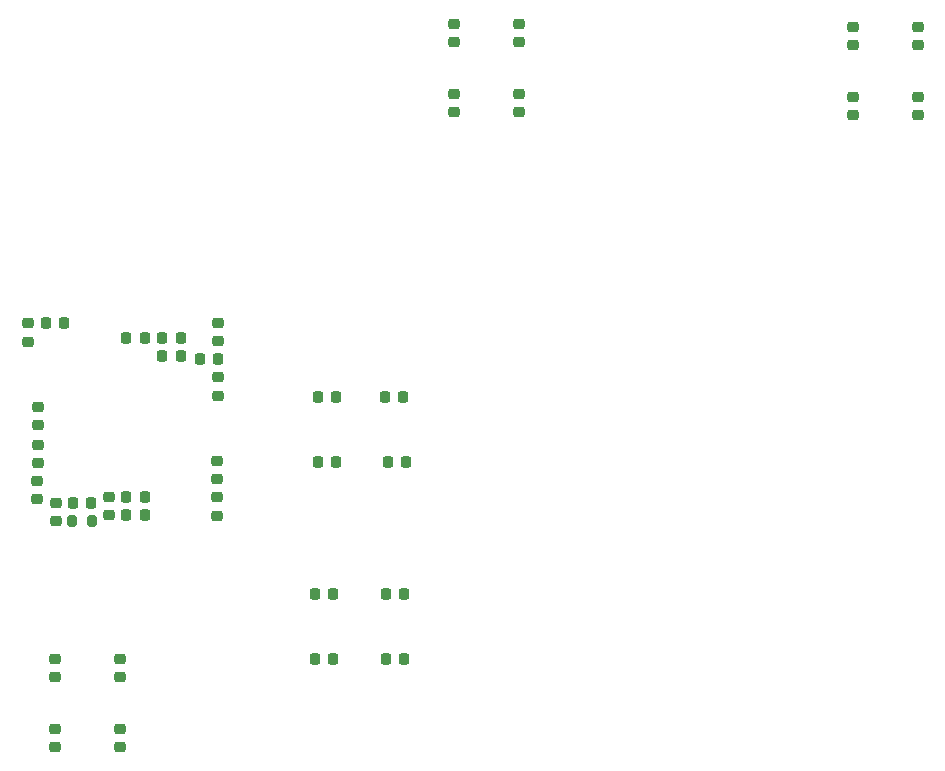
<source format=gbp>
G04 #@! TF.GenerationSoftware,KiCad,Pcbnew,7.0.10*
G04 #@! TF.CreationDate,2024-03-15T17:14:54-07:00*
G04 #@! TF.ProjectId,testboard,74657374-626f-4617-9264-2e6b69636164,rev?*
G04 #@! TF.SameCoordinates,Original*
G04 #@! TF.FileFunction,Paste,Bot*
G04 #@! TF.FilePolarity,Positive*
%FSLAX46Y46*%
G04 Gerber Fmt 4.6, Leading zero omitted, Abs format (unit mm)*
G04 Created by KiCad (PCBNEW 7.0.10) date 2024-03-15 17:14:54*
%MOMM*%
%LPD*%
G01*
G04 APERTURE LIST*
G04 Aperture macros list*
%AMRoundRect*
0 Rectangle with rounded corners*
0 $1 Rounding radius*
0 $2 $3 $4 $5 $6 $7 $8 $9 X,Y pos of 4 corners*
0 Add a 4 corners polygon primitive as box body*
4,1,4,$2,$3,$4,$5,$6,$7,$8,$9,$2,$3,0*
0 Add four circle primitives for the rounded corners*
1,1,$1+$1,$2,$3*
1,1,$1+$1,$4,$5*
1,1,$1+$1,$6,$7*
1,1,$1+$1,$8,$9*
0 Add four rect primitives between the rounded corners*
20,1,$1+$1,$2,$3,$4,$5,0*
20,1,$1+$1,$4,$5,$6,$7,0*
20,1,$1+$1,$6,$7,$8,$9,0*
20,1,$1+$1,$8,$9,$2,$3,0*%
G04 Aperture macros list end*
%ADD10RoundRect,0.225000X0.250000X-0.225000X0.250000X0.225000X-0.250000X0.225000X-0.250000X-0.225000X0*%
%ADD11RoundRect,0.225000X-0.250000X0.225000X-0.250000X-0.225000X0.250000X-0.225000X0.250000X0.225000X0*%
%ADD12RoundRect,0.225000X0.225000X0.250000X-0.225000X0.250000X-0.225000X-0.250000X0.225000X-0.250000X0*%
%ADD13RoundRect,0.225000X-0.225000X-0.250000X0.225000X-0.250000X0.225000X0.250000X-0.225000X0.250000X0*%
%ADD14RoundRect,0.200000X0.200000X0.275000X-0.200000X0.275000X-0.200000X-0.275000X0.200000X-0.275000X0*%
G04 APERTURE END LIST*
D10*
X95800000Y-81575000D03*
X95800000Y-80025000D03*
X91250000Y-101250000D03*
X91250000Y-99700000D03*
X158750000Y-47750000D03*
X158750000Y-46200000D03*
D11*
X105000000Y-65325000D03*
X105000000Y-66875000D03*
X91250000Y-93750000D03*
X91250000Y-95300000D03*
D10*
X96750000Y-101250000D03*
X96750000Y-99700000D03*
X164250000Y-47750000D03*
X164250000Y-46200000D03*
X89800000Y-73978000D03*
X89800000Y-72428000D03*
D11*
X88947500Y-65342000D03*
X88947500Y-66892000D03*
D12*
X120800000Y-93750000D03*
X119250000Y-93750000D03*
D11*
X96750000Y-93750000D03*
X96750000Y-95300000D03*
D13*
X97250000Y-66601000D03*
X98800000Y-66601000D03*
D11*
X164250000Y-40250000D03*
X164250000Y-41800000D03*
D13*
X97250000Y-81575000D03*
X98800000Y-81575000D03*
D11*
X130500000Y-40000000D03*
X130500000Y-41550000D03*
D13*
X113250000Y-93750000D03*
X114800000Y-93750000D03*
D12*
X101850000Y-68125000D03*
X100300000Y-68125000D03*
D13*
X90471500Y-65342000D03*
X92021500Y-65342000D03*
D11*
X104900000Y-80075000D03*
X104900000Y-81625000D03*
D13*
X113250000Y-88250000D03*
X114800000Y-88250000D03*
D10*
X104900000Y-78551000D03*
X104900000Y-77001000D03*
D11*
X105015500Y-69914000D03*
X105015500Y-71464000D03*
D13*
X113475000Y-71625000D03*
X115025000Y-71625000D03*
D11*
X158750000Y-40250000D03*
X158750000Y-41800000D03*
D12*
X105015500Y-68390000D03*
X103465500Y-68390000D03*
D13*
X97250000Y-80075000D03*
X98800000Y-80075000D03*
D12*
X94300000Y-80582000D03*
X92750000Y-80582000D03*
D10*
X89800000Y-77175000D03*
X89800000Y-75625000D03*
X91300000Y-82106000D03*
X91300000Y-80556000D03*
D12*
X120800000Y-88250000D03*
X119250000Y-88250000D03*
X101850000Y-66601000D03*
X100300000Y-66601000D03*
D11*
X125000000Y-40000000D03*
X125000000Y-41550000D03*
D13*
X113475000Y-77125000D03*
X115025000Y-77125000D03*
D10*
X130500000Y-47500000D03*
X130500000Y-45950000D03*
D14*
X94350000Y-82106000D03*
X92700000Y-82106000D03*
D11*
X89700000Y-78675000D03*
X89700000Y-80225000D03*
D12*
X120975000Y-77125000D03*
X119425000Y-77125000D03*
X120725000Y-71625000D03*
X119175000Y-71625000D03*
D10*
X125000000Y-47500000D03*
X125000000Y-45950000D03*
M02*

</source>
